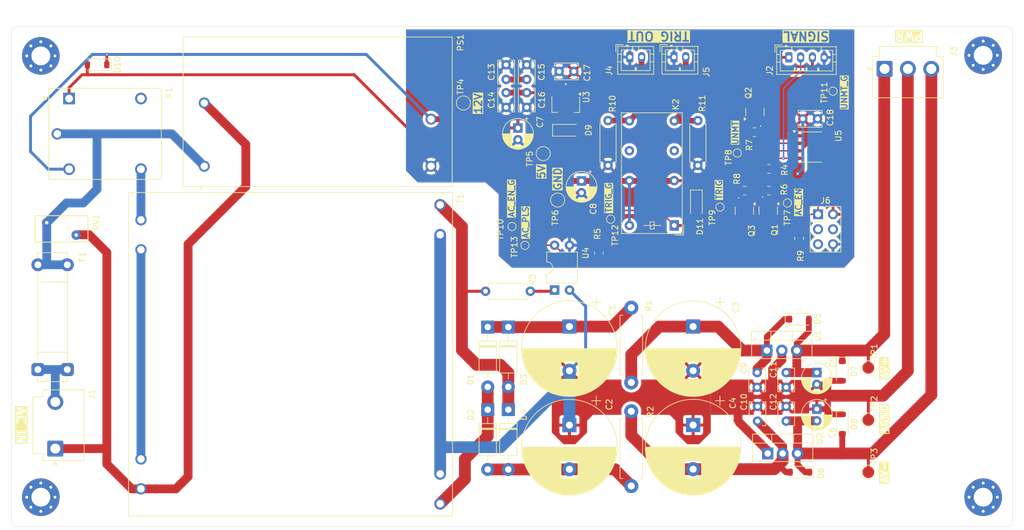
<source format=kicad_pcb>
(kicad_pcb (version 20240108) (generator "pcbnew") (generator_version "8.0")
  (layers (0 "F.Cu" signal) (31 "B.Cu" signal) (34 "B.Paste" user) (35 "F.Paste" user) (36 "B.SilkS" user "B.Silkscreen") (37 "F.SilkS" user "F.Silkscreen") (38 "B.Mask" user) (39 "F.Mask" user) (44 "Edge.Cuts" user))
  (net 0 "")
  (net 1 "Net-(D1-K)")
  (net 2 "Net-(D2-A)")
  (net 3 "Net-(D5-K)")
  (net 4 "AV+")
  (net 5 "Net-(D6-A)")
  (net 6 "AV-")
  (net 7 "GND")
  (net 8 "AGND")
  (net 9 "AC_SENSE")
  (net 10 "+12V")
  (net 11 "+5V")
  (net 12 "AC_EN_G")
  (net 13 "TRIG_G")
  (net 14 "AC_L")
  (net 15 "AC_N")
  (net 16 "UNMUTE_G")
  (net 17 "EXTTRIG")
  (net 18 "TGO1")
  (net 19 "TGO2")
  (net 22 "UPDI")
  (net 24 "AC_L_SW")
  (net 28 "AC_EN")
  (net 29 "UNMUTE")
  (net 30 "TRIG")
  (net 31 "Net-(R3-Pad2)")
  (net 32 "AC_PULSE")
  (net 33 "Net-(T1-Pad4)")
  (net 34 "Net-(J1-Pin_2)")
  (net 71 "Net-(D1-A)")
  (footprint "Resistor_SMD:R_0805_2012Metric_Pad1.20x1.40mm_HandSolder" (layer "F.Cu") (at 182.5 86.9 180)
    (property "Reference" "R8")
    (property "Value" "10k")
  )
  (footprint "TestPoint:TestPoint_Pad_D1.0mm" (layer "F.Cu") (at 178.3 89.7)
    (property "Reference" "TP9")
    (property "Value" "TestPoint")
  )
  (footprint "Package_TO_SOT_SMD:SOT-89-3" (layer "F.Cu") (at 152.125 72.25 -90)
    (property "Reference" "U3")
    (property "Value" "78L05")
  )
  (footprint "MountingHole:MountingHole_3.2mm_M3_Pad_Via" (layer "F.Cu") (at 223 139)
    (property "Reference" "H4" (hide yes))
    (property "Value" "MountingHole_Pad")
  )
  (footprint "Connector_JST:JST_VH_B2P3-VH_1x02_P7.92mm_Vertical" (layer "F.Cu") (at 65.45 130.7375 90)
    (property "Reference" "J1")
    (property "Value" "Conn_01x02")
  )
  (footprint "TestPoint:TestPoint_Pad_D2.0mm" (layer "F.Cu") (at 150.75 88.5 -90)
    (property "Reference" "TP6")
    (property "Value" "TestPoint")
  )
  (footprint "Diode_SMD:D_SOD-123" (layer "F.Cu") (at 174.3 89.15 -90)
    (property "Reference" "D11")
    (property "Value" "SL1B")
  )
  (footprint "Capacitor_THT:CP_Radial_D16.0mm_P7.50mm" (layer "F.Cu") (at 152.75 126.75 -90)
    (property "Reference" "C2")
    (property "Value" "2200u")
  )
  (footprint "Relay_THT:Relay_DPDT_Finder_30.22" (layer "F.Cu") (at 170.55 92.8175 90)
    (property "Reference" "K2")
    (property "Value" "J104D2C12VDC.36S")
  )
  (footprint "Resistor_SMD:R_0805_2012Metric_Pad1.20x1.40mm_HandSolder" (layer "F.Cu") (at 186.6 86.9 180)
    (property "Reference" "R6")
    (property "Value" "10k")
  )
  (footprint "TestPoint:TestPoint_Pad_D2.0mm" (layer "F.Cu") (at 134.75 72 90)
    (property "Reference" "TP4")
    (property "Value" "TestPoint")
  )
  (footprint "TestPoint:TestPoint_Pad_D1.0mm" (layer "F.Cu") (at 189.75 89)
    (property "Reference" "TP7")
    (property "Value" "TestPoint")
  )
  (footprint "Package_TO_SOT_SMD:SOT-23" (layer "F.Cu") (at 182.45 90.325 -90)
    (property "Reference" "Q3")
    (property "Value" "AO3400A")
  )
  (footprint "Capacitor_THT:CP_Radial_D5.0mm_P2.00mm" (layer "F.Cu") (at 144 76.25 -90)
    (property "Reference" "C7")
    (property "Value" "10u")
  )
  (footprint "Connector_JST:JST_PH_B2B-PH-K_1x02_P2.00mm_Vertical" (layer "F.Cu") (at 170.5 64.2)
    (property "Reference" "J5")
    (property "Value" "Conn_01x02")
  )
  (footprint "Diode_THT:D_DO-41_SOD81_P10.16mm_Horizontal" (layer "F.Cu") (at 142.375 110.085 -90)
    (property "Reference" "D3")
    (property "Value" "1N4002")
  )
  (footprint "Capacitor_THT:CP_Radial_D5.0mm_P2.00mm" (layer "F.Cu") (at 194.75 117.82 -90)
    (property "Reference" "C5")
    (property "Value" "10u")
  )
  (footprint "MountingHole:MountingHole_3.2mm_M3_Pad_Via" (layer "F.Cu") (at 63 139)
    (property "Reference" "H3" (hide yes))
    (property "Value" "MountingHole_Pad")
  )
  (footprint "Package_TO_SOT_SMD:SOT-23" (layer "F.Cu") (at 186.5 90.3 -90)
    (property "Reference" "Q1")
    (property "Value" "AO3400A")
  )
  (footprint "Capacitor_THT:C_Disc_D3.8mm_W2.6mm_P2.50mm" (layer "F.Cu") (at 189.55 117.82 -90)
    (property "Reference" "C11")
    (property "Value" "100n")
  )
  (footprint "Diode_SMD:D_SOD-123" (layer "F.Cu") (at 191.75 108.75)
    (property "Reference" "D5")
    (property "Value" "SL1B")
  )
  (footprint "Resistor_SMD:R_0805_2012Metric_Pad1.20x1.40mm_HandSolder" (layer "F.Cu") (at 184.15 76.9625)
    (property "Reference" "R7")
    (property "Value" "10k")
  )
  (footprint "Package_TO_SOT_THT:TO-220-3_Vertical" (layer "F.Cu") (at 186.41 131.565)
    (property "Reference" "U2")
    (property "Value" "LM7909")
  )
  (footprint "Capacitor_THT:C_Disc_D3.8mm_W2.6mm_P2.50mm" (layer "F.Cu") (at 142 68 90)
    (property "Reference" "C13")
    (property "Value" "100n")
  )
  (footprint "TestPoint:TestPoint_Pad_D2.0mm" (layer "F.Cu") (at 148.3 80.6)
    (property "Reference" "TP5")
    (property "Value" "TestPoint")
  )
  (footprint "Diode_SMD:D_SOD-123" (layer "F.Cu") (at 72.55 65.5 180)
    (property "Reference" "D10")
    (property "Value" "SL1B")
  )
  (footprint "project_lib:CONV_IRM-10-12" (layer "F.Cu") (at 110 73.5)
    (property "Reference" "PS1")
    (property "Value" "IRM-10-12")
  )
  (footprint "MountingHole:MountingHole_3.2mm_M3_Pad_Via" (layer "F.Cu") (at 223 63.9)
    (property "Reference" "H1" (hide yes))
    (property "Value" "MountingHole_Pad")
  )
  (footprint "MountingHole:MountingHole_3.2mm_M3_Pad_Via" (layer "F.Cu") (at 63 64)
    (property "Reference" "H2" (hide yes))
    (property "Value" "MountingHole_Pad")
  )
  (footprint "TestPoint:TestPoint_Pad_D2.0mm" (layer "F.Cu") (at 203.5 125.875)
    (property "Reference" "TP2")
    (property "Value" "TestPoint")
  )
  (footprint "project_lib:XFMR_70042K" (layer "F.Cu") (at 105.4 114.72)
    (property "Reference" "T1")
    (property "Value" "70042K")
  )
  (footprint "Capacitor_THT:C_Disc_D3.8mm_W2.6mm_P2.50mm" (layer "F.Cu") (at 142 70.25 -90)
    (property "Reference" "C14")
    (property "Value" "100n")
  )
  (footprint "Diode_THT:D_DO-41_SOD81_P10.16mm_Horizontal" (layer "F.Cu") (at 138.875 110.085 -90)
    (property "Reference" "D1")
    (property "Value" "1N4002")
  )
  (footprint "Capacitor_THT:CP_Radial_D5.0mm_P2.00mm" (layer "F.Cu") (at 194.75 124.02 -90)
    (property "Reference" "C6")
    (property "Value" "10u")
  )
  (footprint "Resistor_SMD:R_0805_2012Metric_Pad1.20x1.40mm_HandSolder" (layer "F.Cu") (at 157.75 97.5 90)
    (property "Reference" "R5")
    (property "Value" "10k")
  )
  (footprint "Package_SO:SOIC-8_3.9x4.9mm_P1.27mm" (layer "F.Cu") (at 193.625 79.495)
    (property "Reference" "U5")
    (property "Value" "ATtiny412-SS")
  )
  (footprint "TestPoint:TestPoint_Pad_D1.0mm" (layer "F.Cu") (at 143 93)
    (property "Reference" "TP10")
    (property "Value" "TestPoint")
  )
  (footprint "Diode_SMD:D_SOD-123" (layer "F.Cu") (at 152.25 76.6375)
    (property "Reference" "D9")
    (property "Value" "SL1B")
  )
  (footprint "Resistor_THT:R_Axial_DIN0207_L6.3mm_D2.5mm_P7.62mm_Horizontal" (layer "F.Cu") (at 174.55 82.61 90)
    (property "Reference" "R11")
    (property "Value" "33k")
  )
  (footprint "Resistor_SMD:R_0805_2012Metric_Pad1.20x1.40mm_HandSolder" (layer "F.Cu") (at 191.75 95 90)
    (property "Reference" "R9")
    (property "Value" "10k")
  )
  (footprint "Capacitor_THT:CP_Radial_D5.0mm_P2.00mm" (layer "F.Cu") (at 154.8 85.25 -90)
    (property "Reference" "C8")
    (property "Value" "10u")
  )
  (footprint "Package_TO_SOT_SMD:SOT-23" (layer "F.Cu") (at 184.25 73.5625 90)
    (property "Reference" "Q2")
    (property "Value" "AO3400A")
  )
  (footprint "Diode_SMD:D_SOD-123" (layer "F.Cu") (at 191.85 134.75 180)
    (property "Reference" "D6")
    (property "Value" "SL1B")
  )
  (footprint "TestPoint:TestPoint_Pad_D1.0mm" (layer "F.Cu") (at 181.25 80.5)
    (property "Reference" "TP8")
    (property "Value" "TestPoint")
  )
  (footprint "Connector_PinHeader_2.54mm:PinHeader_2x03_P2.54mm_Vertical" (layer "F.Cu") (at 194.96 90.92)
    (property "Reference" "J6")
    (property "Value" "AVR-UPDI-6")
  )
  (footprint "TestPoint:TestPoint_Pad_D2.0mm" (layer "F.Cu") (at 203.5 117)
    (property "Reference" "TP1")
    (property "Value" "TestPoint")
  )
  (footprint "Capacitor_THT:CP_Radial_D16.0mm_P7.50mm" (layer "F.Cu") (at 173.75 126.737246 -90)
    (property "Reference" "C4")
    (property "Value" "2200u")
  )
  (footprint "Resistor_THT:R_Axial_DIN0207_L6.3mm_D2.5mm_P7.62mm_Horizontal" (layer "F.Cu") (at 159.3 82.61 90)
    (property "Reference" "R10")
    (property "Value" "33k")
  )
  (footprint "Diode_THT:D_DO-41_SOD81_P10.16mm_Horizontal" (layer "F.Cu") (at 138.875 124.12 -90)
    (property "Reference" "D2")
    (property "Value" "1N4002")
  )
  (footprint "Package_TO_SOT_THT:TO-220-3_Vertical" (layer "F.Cu") (at 186.27 114.065)
    (property "Reference" "U1")
    (property "Value" "LM7809")
  )
  (footprint "Capacitor_THT:C_Disc_D3.8mm_W2.6mm_P2.50mm" (layer "F.Cu") (at 145.5 70.25 -90)
    (property "Reference" "C16")
    (property "Value" "100n")
  )
  (footprint "Diode_THT:D_DO-41_SOD81_P10.16mm_Horizontal" (layer "F.Cu") (at 142.375 124.12 -90)
    (property "Reference" "D4")
    (property "Value" "1N4002")
  )
  (footprint "Capacitor_THT:C_Disc_D3.8mm_W2.6mm_P2.50mm" (layer "F.Cu") (at 192.375 74.695)
    (property "Reference" "C18")
    (property "Value" "100n")
  )
  (footprint "Resistor_SMD:R_0805_2012Metric_Pad1.20x1.40mm_HandSolder" (layer "F.Cu") (at 186.6 83.2 180)
    (property "Reference" "R4")
    (property "Value" "10k")
  )
  (footprint "Capacitor_THT:CP_Radial_D16.0mm_P7.50mm" (layer "F.Cu") (at 173.75 110 -90)
    (property "Reference" "C3")
    (property "Value" "2200u")
  )
  (footprint "Connector_JST:JST_VH_B3P-VH-B_1x03_P3.96mm_Vertical" (layer "F.Cu") (at 206.2625 66.2)
    (property "Reference" "J3")
    (property "Value" "Conn_01x03")
  )
  (footprint "Fuse:Fuseholder_Clip-5x20mm_Bel_FC-203-22_Lateral_P17.80x5.00mm_D1.17mm_Horizontal" (layer "F.Cu") (at 62.5 117.3 90)
    (property "Reference" "F1")
    (property "Value" "400 mA")
  )
  (footprint "Resistor_THT:R_Axial_DIN0411_L9.9mm_D3.6mm_P12.70mm_Horizontal" (layer "F.Cu") (at 163.25 137.1 90)
    (property "Reference" "R2")
    (property "Value" "10/1W")
  )
  (footprint "Diode_SMD:D_SOD-123" (layer "F.Cu") (at 199.075 126.565 -90)
    (property "Reference" "D8")
    (property "Value" "SL1B")
  )
  (footprint "TestPoint:TestPoint_Pad_D1.0mm" (layer "F.Cu") (at 145.2 96.2)
    (property "Reference" "TP13")
    (property "Value" "TestPoint")
  )
  (footprint "TestPoint:TestPoint_Pad_D1.0mm" (layer "F.Cu") (at 197.5 70)
    (property "Reference" "TP11")
    (property "Value" "TestPoint")
  )
  (footprint "TestPoint:TestPoint_Pad_D2.0mm" (layer "F.Cu") (at 203.5 134.75)
    (property "Reference" "TP3")
    (property "Value" "TestPoint")
  )
  (footprint "project_lib:RELAY_SRD-C" (layer "F.Cu") (at 73.9 77.25)
    (property "Reference" "K1")
    (property "Value" "J107F1CS2012VDC.80")
  )
  (footprint "TestPoint:TestPoint_Pad_D1.0mm" (layer "F.Cu") (at 159.75 91.75)
    (property "Reference" "TP12")
    (property "Value" "TestPoint")
  )
  (footprint "Resistor_THT:R_Axial_DIN0207_L6.3mm_D2.5mm_P7.62mm_Horizontal" (layer "F.Cu") (at 138.5 104)
    (property "Reference" "R3")
    (property "Value" "2.2k")
  )
  (footprint "Package_DIP:DIP-4_W7.62mm" (layer "F.Cu") (at 150.225 103.8 90)
    (property "Reference" "U4")
    (property "Value" "140817141310")
  )
  (footprint "Diode_SMD:D_SOD-123" (layer "F.Cu") (at 199.075 117.565 -90)
    (property "Reference" "D7")
    (property "Value" "SL1B")
  )
  (footprint "Capacitor_THT:C_Disc_D3.8mm_W2.6mm_P2.50mm" (layer "F.Cu") (at 184.685 123.565 -90)
    (property "Reference" "C10")
    (property "Value" "100n")
  )
  (footprint "Capacitor_THT:C_Disc_D3.8mm_W2.6mm_P2.50mm" (layer "F.Cu") (at 145.5 68 90)
    (property "Reference" "C15")
    (property "Value" "100n")
  )
  (footprint "Connector_JST:JST_PH_B4B-PH-K_1x04_P2.00mm_Vertical" (layer "F.Cu") (at 190 64.25)
    (property "Reference" "J2")
    (property "Value" "Conn_01x04")
  )
  (footprint "Capacitor_THT:C_Disc_D3.8mm_W2.6mm_P2.50mm" (layer "F.Cu") (at 153.5 66.6375 180)
    (property "Reference" "C17")
    (property "Value" "100n")
  )
  (footprint "Capacitor_THT:C_Disc_D3.8mm_W2.6mm_P2.50mm" (layer "F.Cu") (at 184.625 117.815 -90)
    (property "Reference" "C9")
    (property "Value" "100n")
  )
  (footprint "Varistor:RV_Disc_D9mm_W4.5mm_P5mm" (layer "F.Cu") (at 64 92.35)
    (property "Reference" "RV1")
    (property "Value" "300VAC")
  )
  (footprint "Connector_JST:JST_PH_B2B-PH-K_1x02_P2.00mm_Vertical" (layer "F.Cu") (at 163 64.2)
    (property "Reference" "J4")
    (property "Value" "Conn_01x02")
  )
  (footprint "Capacitor_THT:C_Disc_D3.8mm_W2.6mm_P2.50mm" (layer "F.Cu") (at 189.55 123.57 -90)
    (property "Reference" "C12")
    (property "Value" "100n")
  )
  (footprint "Resistor_THT:R_Axial_DIN0411_L9.9mm_D3.6mm_P12.70mm_Horizontal" (layer "F.Cu") (at 163.25 106.8 -90)
    (property "Reference" "R1")
    (property "Value" "10/1W")
  )
  (footprint "Capacitor_THT:CP_Radial_D16.0mm_P7.50mm" (layer "F.Cu") (at 152.75 110 -90)
    (property "Reference" "C1")
    (property "Value" "2200u")
  )
  (gr_line (start 228 143) (end 228 60) (stroke (width 0.05)) (layer "Edge.Cuts"))
  (gr_line (start 227 59) (end 59 59) (stroke (width 0.05)) (layer "Edge.Cuts"))
  (gr_arc (start 58 60) (mid 58.292893 59.292893) (end 59 59) (stroke (width 0.05)) (layer "Edge.Cuts"))
  (gr_arc (start 227 59) (mid 227.707107 59.292893) (end 228 60) (stroke (width 0.05)) (layer "Edge.Cuts"))
  (gr_line (start 58 60) (end 58 143) (stroke (width 0.05)) (layer "Edge.Cuts"))
  (gr_line (start 59 144) (end 227 144) (stroke (width 0.05)) (layer "Edge.Cuts"))
  (gr_arc (start 59 144) (mid 58.292893 143.707107) (end 58 143) (stroke (width 0.05)) (layer "Edge.Cuts"))
  (gr_arc (start 228 143) (mid 227.707107 143.707107) (end 227 144) (stroke (width 0.05)) (layer "Edge.Cuts"))
  (gr_text "5V" (at 148.75 85 90) (layer "F.SilkS" knockout) (effects (font (size 1.25 1.25) (thickness 0.25) (bold yes)) (justify left bottom)))
  (gr_text "TRIG OUT" (at 173.25 59.75 180) (layer "F.SilkS" knockout) (effects (font (size 1.5 1.5) (thickness 0.3) (bold yes)) (justify left bottom)))
  (gr_text "12V" (at 138 74 90) (layer "F.SilkS" knockout) (effects (font (size 1.25 1.25) (thickness 0.25) (bold yes)) (justify left bottom)))
  (gr_text "GND" (at 151.5 87 90) (layer "F.SilkS" knockout) (effects (font (size 1.25 1.25) (thickness 0.25) (bold yes)) (justify left bottom)))
  (gr_text "AC IN" (at 58.75 123.5 -90) (layer "F.SilkS" knockout) (effects (font (size 1.5 1.5) (thickness 0.3) (bold yes)) (justify left bottom)))
  (gr_text "AC_EN_G" (at 143.5 91.5 90) (layer "F.SilkS" knockout) (effects (font (size 1 1) (thickness 0.2) (bold yes)) (justify left bottom)))
  (gr_text "AGND" (at 207 128.25 90) (layer "F.SilkS" knockout) (effects (font (size 1.25 1.25) (thickness 0.25) (bold yes)) (justify left bottom)))
  (gr_text "AC_PLS" (at 145.9 95.1 90) (layer "F.SilkS" knockout) (effects (font (size 1 1) (thickness 0.2) (bold yes)) (justify left bottom)))
  (gr_text "UNMT" (at 181.5 79.25 90) (layer "F.SilkS" knockout) (effects (font (size 1 1) (thickness 0.2) (bold yes)) (justify left bottom)))
  (gr_text "PWR" (at 213 59.75 180) (layer "F.SilkS" knockout) (effects (font (size 1.5 1.5) (thickness 0.3) (bold yes)) (justify left bottom)))
  (gr_text "AC_EN" (at 192.25 91.25 90) (layer "F.SilkS" knockout) (effects (font (size 1 1) (thickness 0.2) (bold yes)) (justify left bottom)))
  (gr_text "AV-" (at 207 136.75 90) (layer "F.SilkS" knockout) (effects (font (size 1.25 1.25) (thickness 0.25) (bold yes)) (justify left bottom)))
  (gr_text "SIGNAL" (at 197 59.75 180) (layer "F.SilkS" knockout) (effects (font (size 1.5 1.5) (thickness 0.3) (bold yes)) (justify left bottom)))
  (gr_text "TRIG" (at 178.75 88.5 90) (layer "F.SilkS" knockout) (effects (font (size 1 1) (thickness 0.2) (bold yes)) (justify left bottom)))
  (gr_text "UNMT_G" (at 200 73.25 90) (layer "F.SilkS" knockout) (effects (font (size 1 1) (thickness 0.2) (bold yes)) (justify left bottom)))
  (gr_text "TRIG_G" (at 160 90.75 90) (layer "F.SilkS" knockout) (effects (font (size 1 1) (thickness 0.2) (bold yes)) (justify left bottom)))
  (gr_text "AV+" (at 207 119 90) (layer "F.SilkS" knockout) (effects (font (size 1.25 1.25) (thickness 0.25) (bold yes)) (justify left bottom)))
  (segment (start 142.22 110.065) (end 142.375 110.22) (width 2) (layer "F.Cu") (net 1))
  (segment (start 160.05 110) (end 163.25 106.8) (width 2) (layer "F.Cu") (net 1))
  (segment (start 139.03 110.065) (end 142.22 110.065) (width 2) (layer "F.Cu") (net 1))
  (segment (start 142.39 110.1) (end 152.65 110.1) (width 2) (layer "F.Cu") (net 1))
  (segment (start 138.875 110.22) (end 139.03 110.065) (width 2) (layer "F.Cu") (net 1))
  (segment (start 152.75 110) (end 160.05 110) (width 2) (layer "F.Cu") (net 1))
  (segment (start 142.375 110.085) (end 142.39 110.1) (width 2) (layer "B.Cu") (net 1))
  (segment (start 152.65 110.1) (end 152.75 110) (width 1.5) (layer "B.Cu") (net 1))
  (segment (start 142.375 134.28) (end 138.875 134.28) (width 2) (layer "F.Cu") (net 2))
  (segment (start 142.375 134.28) (end 152.72 134.28) (width 2) (layer "F.Cu") (net 2))
  (segment (start 152.75 134.25) (end 160.5 134.25) (width 2) (layer "F.Cu") (net 2))
  (segment (start 160.5 134.35) (end 163.25 137.1) (width 2) (layer "F.Cu") (net 2))
  (segment (start 160.5 134.25) (end 160.5 134.35) (width 2) (layer "F.Cu") (net 2))
  (segment (start 186.27 115.48) (end 184.625 117.125) (width 1.5) (layer "F.Cu") (net 3))
  (segment (start 189.25 108.75) (end 186.27 111.73) (width 1) (layer "F.Cu") (net 3))
  (segment (start 163.25 119.5) (end 163.25 114.75) (width 2) (layer "F.Cu") (net 3))
  (segment (start 186.27 114.065) (end 186.27 115.48) (width 1.5) (layer "F.Cu") (net 3))
  (segment (start 163.25 114.75) (end 168 110) (width 2) (layer "F.Cu") (net 3))
  (segment (start 168 110) (end 173.75 110) (width 2) (layer "F.Cu") (net 3))
  (segment (start 182.065 114.065) (end 186.27 114.065) (width 2) (layer "F.Cu") (net 3))
  (segment (start 178 110) (end 182.065 114.065) (width 2) (layer "F.Cu") (net 3))
  (segment (start 186.27 111.73) (end 186.27 114.065) (width 1) (layer "F.Cu") (net 3))
  (segment (start 190.1 108.75) (end 189.25 108.75) (width 1) (layer "F.Cu") (net 3))
  (segment (start 184.625 117.125) (end 184.625 117.815) (width 1.5) (layer "F.Cu") (net 3))
  (segment (start 173.75 110) (end 178 110) (width 2) (layer "F.Cu") (net 3))
  (segment (start 199 114.065) (end 203.435 114.065) (width 2) (layer "F.Cu") (net 4))
  (segment (start 192.55 117.82) (end 194.75 117.82) (width 1.5) (layer "F.Cu") (net 4))
  (segment (start 206.2 66.2625) (end 206.2625 66.2) (width 2) (layer "F.Cu") (net 4))
  (segment (start 203.5 115) (end 203.5 117) (width 0.5) (layer "F.Cu") (net 4))
  (segment (start 195.12 117.82) (end 194.75 117.82) (width 1) (layer "F.Cu") (net 4))
  (segment (start 203.435 114.065) (end 206.2 111.3) (width 2) (layer "F.Cu") (net 4))
  (segment (start 203.435 114.935) (end 203.5 115) (width 0.5) (layer "F.Cu") (net 4))
  (segment (start 203.435 114.065) (end 203.435 114.935) (width 0.5) (layer "F.Cu") (net 4))
  (segment (start 191.375 117.82) (end 192.55 117.82) (width 1.5) (layer "F.Cu") (net 4))
  (segment (start 191.35 112.9) (end 191.35 114.065) (width 1) (layer "F.Cu") (net 4))
  (segment (start 189.55 117.82) (end 191.375 117.82) (width 1.5) (layer "F.Cu") (net 4))
  (segment (start 199.075 114.14) (end 199 114.065) (width 1) (layer "F.Cu") (net 4))
  (segment (start 206.2 111.3) (end 206.2 66.2625) (width 2) (layer "F.Cu") (net 4))
  (segment (start 191.35 114.065) (end 191.35 117.795) (width 1.5) (layer "F.Cu") (net 4))
  (segment (start 199.075 115.915) (end 199.075 114.14) (width 1) (layer "F.Cu") (net 4))
  (segment (start 193.4 110.85) (end 191.35 112.9) (width 1) (layer "F.Cu") (net 4))
  (segment (start 191.35 117.795) (end 191.375 117.82) (width 1.5) (layer "F.Cu") (net 4))
  (segment (start 191.35 114.065) (end 199 114.065) (width 2) (layer "F.Cu") (net 4))
  (segment (start 193.4 108.75) (end 193.4 110.85) (width 1) (layer "F.Cu") (net 4))
  (segment (start 188.95 132.81627) (end 188.95 131.565) (width 2) (layer "F.Cu") (net 5))
  (segment (start 188.95 130.33) (end 188.95 131.565) (width 1.5) (layer "F.Cu") (net 5))
  (segment (start 163.25 128.5) (end 168.987246 134.237246) (width 2) (layer "F.Cu") (net 5))
  (segment (start 188.258135 133.508135) (end 188.95 132.81627) (width 2) (layer "F.Cu") (net 5))
  (segment (start 184.685 126.065) (end 188.95 130.33) (width 1.5) (layer "F.Cu") (net 5))
  (segment (start 173.75 134.237246) (end 187.529024 134.237246) (width 2) (layer "F.Cu") (net 5))
  (segment (start 163.25 124.65) (end 163.25 128.5) (width 2) (layer "F.Cu") (net 5))
  (segment (start 187.529024 134.237246) (end 188.258135 133.508135) (width 2) (layer "F.Cu") (net 5))
  (segment (start 168.987246 134.237246) (end 173.75 134.237246) (width 2) (layer "F.Cu") (net 5))
  (segment (start 189.5 134.75) (end 188.258135 133.508135) (width 1) (layer "F.Cu") (net 5))
  (segment (start 190.2 134.75) (end 189.5 134.75) (width 1) (layer "F.Cu") (net 5))
  (segment (start 194.75 126.02) (end 194.855 126.02) (width 1) (layer "F.Cu") (net 6))
  (segment (start 199 131.565) (end 203.5 131.565) (width 2) (layer "F.Cu") (net 6))
  (segment (start 203.5 131.565) (end 204.235 131.565) (width 2) (layer "F.Cu") (net 6))
  (segment (start 214.2 66.2175) (end 214.1825 66.2) (width 2) (layer "F.Cu") (net 6))
  (segment (start 191.49 133.49) (end 192.75 134.75) (width 1) (layer "F.Cu") (net 6))
  (segment (start 191.49 131.565) (end 191.49 126.155) (width 1.5) (layer "F.Cu") (net 6))
  (segment (start 191.625 126.02) (end 189.6 126.02) (width 1.5) (layer "F.Cu") (net 6))
  (segment (start 189.6 126.02) (end 189.55 126.07) (width 1.5) (layer "F.Cu") (net 6))
  (segment (start 199.075 128.215) (end 199.075 131.49) (width 1) (layer "F.Cu") (net 6))
  (segment (start 214.2 121.6) (end 214.2 66.2175) (width 2) (layer "F.Cu") (net 6))
  (segment (start 191.49 131.565) (end 191.49 133.49) (width 1) (layer "F.Cu") (net 6))
  (segment (start 194.75 126.02) (end 191.625 126.02) (width 1.5) (layer "F.Cu") (net 6))
  (segment (start 199.075 131.49) (end 199 131.565) (width 1.5) (layer "F.Cu") (net 6))
  (segment (start 203.5 134.75) (end 203.5 131.565) (width 0.5) (layer "F.Cu") (net 6))
  (segment (start 191.49 131.565) (end 199 131.565) (width 2) (layer "F.Cu") (net 6))
  (segment (start 191.49 126.155) (end 191.625 126.02) (width 1.5) (layer "F.Cu") (net 6))
  (segment (start 204.235 131.565) (end 214.2 121.6) (width 2) (layer "F.Cu") (net 6))
  (segment (start 192.75 134.75) (end 193.5 134.75) (width 1) (layer "F.Cu") (net 6))
  (segment (start 181.5 86.9) (end 181.5 89.3875) (width 0.5) (layer "F.Cu") (net 7))
  (segment (start 152 87.25) (end 150.75 88.5) (width 0.5) (layer "F.Cu") (net 7))
  (segment (start 196.1 75.92) (end 194.875 74.695) (width 0.5) (layer "F.Cu") (net 7))
  (segment (start 181.5 88.1) (end 181.5 86.9) (width 0.25) (layer "F.Cu") (net 7))
  (segment (start 185.55 86.95) (end 185.6 86.9) (width 0.5) (layer "F.Cu") (net 7))
  (segment (start 185.2 74.5) (end 185.2 76.9125) (width 0.5) (layer "F.Cu") (net 7))
  (segment (start 162.93 64.23) (end 162.9 64.2) (width 1) (layer "F.Cu") (net 7))
  (segment (start 152.125 68.8) (end 152.125 70.3875) (width 0.5) (layer "F.Cu") (net 7))
  (segment (start 154.8 87.25) (end 152 87.25) (width 0.5) (layer "F.Cu") (net 7))
  (segment (start 185.55 89.3625) (end 185.55 86.95) (width 0.5) (layer "F.Cu") (net 7))
  (segment (start 196.1 77.59) (end 196.1 75.92) (width 0.5) (layer "F.Cu") (net 7))
  (via (at 181.5 88.1) (size 0.5) (drill 0.2) (layers "F.Cu" "B.Cu") (net 7))
  (via (at 185.55 87.95) (size 0.5) (drill 0.2) (layers "F.Cu" "B.Cu") (net 7))
  (via (at 152.125 68.8) (size 0.7) (drill 0.3) (layers "F.Cu" "B.Cu") (net 7))
  (via (at 185.2 75.9125) (size 0.5) (drill 0.2) (layers "F.Cu" "B.Cu") (net 7))
  (segment (start 206 121.75) (end 210.2 117.55) (width 2) (layer "F.Cu") (net 8))
  (segment (start 196.37 119.82) (end 194.75 119.82) (width 1) (layer "F.Cu") (net 8))
  (segment (start 181.375 126.065) (end 181.375 124.565) (width 1.5) (layer "F.Cu") (net 8))
  (segment (start 188.81 114.065) (end 188.81 115.69) (width 1.5) (layer "F.Cu") (net 8))
  (segment (start 210.2 117.55) (end 210.2 66.2225) (width 2) (layer "F.Cu") (net 8))
  (segment (start 203.5 121.75) (end 197 121.75) (width 2) (layer "F.Cu") (net 8))
  (segment (start 196.975 119.215) (end 196.37 119.82) (width 1) (layer "F.Cu") (net 8))
  (segment (start 210.2 66.2225) (end 210.2225 66.2) (width 2) (layer "F.Cu") (net 8))
  (segment (start 196.33 124.02) (end 194.75 124.02) (width 1) (layer "F.Cu") (net 8))
  (segment (start 187.25 117.25) (end 187.25 120.5) (width 1.5) (layer "F.Cu") (net 8))
  (segment (start 197.225 124.915) (end 196.33 124.02) (width 1) (layer "F.Cu") (net 8))
  (segment (start 186.41 131.565) (end 186.41 131.1) (width 1.5) (layer "F.Cu") (net 8))
  (segment (start 199.075 124.915) (end 197.225 124.915) (width 1) (layer "F.Cu") (net 8))
  (segment (start 188.81 115.69) (end 187.25 117.25) (width 1.5) (layer "F.Cu") (net 8))
  (segment (start 199.075 119.215) (end 196.975 119.215) (width 1) (layer "F.Cu") (net 8))
  (segment (start 203.5 121.75) (end 206 121.75) (width 2) (layer "F.Cu") (net 8))
  (segment (start 186.41 131.1) (end 181.375 126.065) (width 1.5) (layer "F.Cu") (net 8))
  (segment (start 203.5 125.875) (end 203.5 121.75) (width 0.5) (layer "F.Cu") (net 8))
  (segment (start 155.5 114.75) (end 152.75 117.5) (width 0.5) (layer "B.Cu") (net 8))
  (segment (start 152.75 121.5) (end 152.75 126.75) (width 2) (layer "B.Cu") (net 8))
  (segment (start 152.765 103.8) (end 155.5 106.535) (width 0.5) (layer "B.Cu") (net 8))
  (segment (start 141.0475 130.5) (end 131 130.5) (width 2) (layer "B.Cu") (net 8))
  (segment (start 152.75 121.5) (end 150.0475 121.5) (width 2) (layer "B.Cu") (net 8))
  (segment (start 155.5 106.535) (end 155.5 114.75) (width 0.5) (layer "B.Cu") (net 8))
  (segment (start 152.75 117.5) (end 152.75 121.5) (width 2) (layer "B.Cu") (net 8))
  (segment (start 150.0475 121.5) (end 141.0475 130.5) (width 2) (layer "B.Cu") (net 8))
  (segment (start 130.8 94.4) (end 130.8 135.04) (width 2) (layer "B.Cu") (net 8))
  (segment (start 137 116.5) (end 141 116.5) (width 2) (layer "F.Cu") (net 9))
  (segment (start 142.375 117.875) (end 142.375 120.245) (width 2) (layer "F.Cu") (net 9))
  (segment (start 142.375 124.12) (end 142.375 120.245) (width 2) (layer "F.Cu") (net 9))
  (segment (start 134.5 104) (end 134.5 114) (width 2) (layer "F.Cu") (net 9))
  (segment (start 134.5 93.02) (end 134.5 104) (width 2) (layer "F.Cu") (net 9))
  (segment (start 141 116.5) (end 142.375 117.875) (width 2) (layer "F.Cu") (net 9))
  (segment (start 134.5 114) (end 137 116.5) (width 2) (layer "F.Cu") (net 9))
  (segment (start 138.5 104) (end 134.5 104) (width 0.5) (layer "F.Cu") (net 9))
  (segment (start 130.8 89.32) (end 134.5 93.02) (width 2) (layer "F.Cu") (net 9))
  (segment (start 144 76.25) (end 144 70.25) (width 0.5) (layer "F.Cu") (net 10))
  (segment (start 133.5 73.25) (end 134.75 72) (width 0.5) (layer "F.Cu") (net 10))
  (segment (start 174.35 87.75) (end 174.3 87.7) (width 0.5) (layer "F.Cu") (net 10))
  (segment (start 144 70.25) (end 145.25 70.25) (width 1) (layer "F.Cu") (net 10))
  (segment (start 174.3 87.7) (end 174.3 86.1) (width 0.5) (layer "F.Cu") (net 10))
  (segment (start 129.25 74.75) (end 133.5 74.75) (width 1) (layer "F.Cu") (net 10))
  (segment (start 139 78.75) (end 145.5 85.25) (width 1) (layer "F.Cu") (net 10))
  (segment (start 143.5 68) (end 145.5 68) (width 1) (layer "F.Cu") (net 10))
  (segment (start 138.25 78) (end 139 78.75) (width 1) (layer "F.Cu") (net 10))
  (segment (start 145.5 70.25) (end 150.575 70.25) (width 0.5) (layer "F.Cu") (net 10))
  (segment (start 145.25 70.25) (end 145.5 70.5) (width 1) (layer "F.Cu") (net 10))
  (segment (start 150.575 70.25) (end 150.625 70.3) (width 0.5) (layer "F.Cu") (net 10))
  (segment (start 141.5 76.25) (end 139 78.75) (width 0.5) (layer "F.Cu") (net 10))
  (segment (start 174.3 86.1) (end 173.3975 85.1975) (width 0.5) (layer "F.Cu") (net 10))
  (segment (start 142 70.25) (end 143.5 70.25) (width 1) (layer "F.Cu") (net 10))
  (segment (start 150.625 70.3) (end 150.625 76.2375) (width 0.5) (layer "F.Cu") (net 10))
  (segment (start 145.5 85.25) (end 170.4975 85.25) (width 1) (layer "F.Cu") (net 10))
  (segment (start 141.5 76.25) (end 144 76.25) (width 0.5) (layer "F.Cu") (net 10))
  (segment (start 142 68) (end 143.5 68) (width 1) (layer "F.Cu") (net 10))
  (segment (start 143.5 70.25) (end 144 70.25) (width 1) (layer "F.Cu") (net 10))
  (segment (start 133.5 74.75) (end 133.5 73.25) (width 0.5) (layer "F.Cu") (net 10))
  (segment (start 179.1 70.9) (end 185.75 64.25) (width 0.5) (layer "F.Cu") (net 10))
  (segment (start 150.625 76.2375) (end 150.475 76.3875) (width 0.5) (layer "F.Cu") (net 10))
  (segment (start 145.5 70.5) (end 145.5 70.25) (width 0.5) (layer "F.Cu") (net 10))
  (segment (start 173.3975 85.1975) (end 177.3025 85.1975) (width 0.5) (layer "F.Cu") (net 10))
  (segment (start 185.75 64.25) (end 190 64.25) (width 0.5) (layer "F.Cu") (net 10))
  (segment (start 143.75 68.25) (end 143.75 70) (width 1) (layer "F.Cu") (net 10))
  (segment (start 133.5 74.75) (end 135 74.75) (width 1) (layer "F.Cu") (net 10))
  (segment (start 135 74.75) (end 138.25 78) (width 1) (layer "F.Cu") (net 10))
  (segment (start 179.1 83.4) (end 179.1 70.9) (width 0.5) (layer "F.Cu") (net 10))
  (segment (start 173.3975 85.1975) (end 170.55 85.1975) (width 0.5) (layer "F.Cu") (net 10))
  (segment (start 170.4975 85.25) (end 170.55 85.1975) (width 1) (layer "F.Cu") (net 10))
  (segment (start 177.3025 85.1975) (end 179.1 83.4) (width 0.5) (layer "F.Cu") (net 10))
  (segment (start 74.2 63.75) (end 74.2 65.5) (width 0.5) (layer "F.Cu") (net 10))
  (via (at 74.2 63.75) (size 0.6) (drill 0.25) (layers "F.Cu" "B.Cu") (net 10))
  (segment (start 118.25 63.75) (end 129.25 74.75) (width 0.5) (layer "B.Cu") (net 10))
  (segment (start 61.25 80.25) (end 64.25 83.25) (width 0.5) (layer "B.Cu") (net 10))
  (segment (start 64.25 83.25) (end 67.8 83.25) (width 0.5) (layer "B.Cu") (net 10))
  (segment (start 74.25 63.75) (end 71.75 63.75) (width 0.5) (layer "B.Cu") (net 10))
  (segment (start 74.25 63.75) (end 118.25 63.75) (width 0.5) (layer "B.Cu") (net 10))
  (segment (start 162.93 85.1975) (end 162.93 92.8175) (width 0.5) (layer "B.Cu") (net 10))
  (segment (start 61.25 74.25) (end 61.25 80.25) (width 0.5) (layer "B.Cu") (net 10))
  (segment (start 71.75 63.75) (end 61.25 74.25) (width 0.5) (layer "B.Cu") (net 10))
  (via (at 191.5 84) (size 0.7) (drill 0.3) (layers "F.Cu" "B.Cu") (net 11))
  (segment (start 191.5 84) (end 192.375 83.125) (width 0.5) (layer "B.Cu") (net 11))
  (segment (start 192.375 83.125) (end 192.375 74.695) (width 0.5) (layer "B.Cu") (net 11))
  (segment (start 186.5 95.4) (end 186.5 91.2375) (width 0.5) (layer "F.Cu") (net 12))
  (segment (start 143 86.75) (end 143.025 86.725) (width 0.25) (layer "F.Cu") (net 12))
  (segment (start 70.9 67.2) (end 116.2 67.2) (width 0.5) (layer "F.Cu") (net 12))
  (segment (start 70 67.2) (end 70.9 67.2) (width 0.5) (layer "F.Cu") (net 12))
  (segment (start 67.8 69.4) (end 70 67.2) (width 0.5) (layer "F.Cu") (net 12))
  (segment (start 143 93) (end 143 86.75) (width 0.25) (layer "F.Cu") (net 12))
  (segment (start 143.025 86.725) (end 147.6 91.3) (width 0.5) (layer "F.Cu") (net 12))
  (segment (start 67.8 71.25) (end 67.8 69.4) (width 0.5) (layer "F.Cu") (net 12))
  (segment (start 116.2 67.2) (end 127.5 78.5) (width 0.5) (layer "F.Cu") (net 12))
  (segment (start 127.5 78.5) (end 134.8 78.5) (width 0.5) (layer "F.Cu") (net 12))
  (segment (start 185.9 96) (end 186.5 95.4) (width 0.5) (layer "F.Cu") (net 12))
  (segment (start 70.9 65.5) (end 70.9 67.2) (width 0.5) (layer "F.Cu") (net 12))
  (segment (start 147.6 91.3) (end 155.6 91.3) (width 0.5) (layer "F.Cu") (net 12))
  (segment (start 134.8 78.5) (end 143.025 86.725) (width 0.5) (layer "F.Cu") (net 12))
  (segment (start 160.3 96) (end 185.9 96) (width 0.5) (layer "F.Cu") (net 12))
  (segment (start 155.6 91.3) (end 160.3 96) (width 0.5) (layer "F.Cu") (net 12))
  (segment (start 161.25 90.25) (end 167.9825 90.25) (width 0.25) (layer "F.Cu") (net 13))
  (segment (start 159.75 91.75) (end 161.25 90.25) (width 0.25) (layer "F.Cu") (net 13))
  (segment (start 174.3 92.1) (end 174.3 90.8) (width 0.5) (layer "F.Cu") (net 13))
  (segment (start 173.5825 92.8175) (end 174.3 92.1) (width 0.5) (layer "F.Cu") (net 13))
  (segment (start 179.4825 92.8175) (end 173.5825 92.8175) (width 0.5) (layer "F.Cu") (net 13))
  (segment (start 167.9825 90.25) (end 170.55 92.8175) (width 0.25) (layer "F.Cu") (net 13))
  (segment (start 182.45 91.2625) (end 181.0375 91.2625) (width 0.5) (layer "F.Cu") (net 13))
  (segment (start 181.0375 91.2625) (end 179.4825 92.8175) (width 0.5) (layer "F.Cu") (net 13))
  (segment (start 170.55 92.8175) (end 173.5825 92.8175) (width 0.5) (layer "F.Cu") (net 13))
  (segment (start 64 92.35) (end 64 99.2) (width 1.5) (layer "B.Cu") (net 14))
  (segment (start 70.2 89) (end 67.35 89) (width 1.5) (layer "B.Cu") (net 14))
  (segment (start 85.25 77.25) (end 70.29 77.25) (width 1.5) (layer "B.Cu") (net 14))
  (segment (start 72.54 77.39) (end 72.54 86.66) (width 1.5) (layer "B.Cu") (net 14))
  (segment (start 67.2 99.2) (end 67.5 99.5) (width 1.5) (layer "B.Cu") (net 14))
  (segment (start 90.75 82.75) (end 85.25 77.25) (width 1.5) (layer "B.Cu") (net 14))
  (segment (start 72.4 77.25) (end 72.54 77.39) (width 1.5) (layer "B.Cu") (net 14))
  (segment (start 70.29 77.25) (end 65.8 77.25) (width 1.5) (layer "B.Cu") (net 14))
  (segment (start 62.5 99.5) (end 67.5 99.5) (width 1.5) (layer "B.Cu") (net 14))
  (segment (start 67.35 89) (end 64 92.35) (width 1.5) (layer "B.Cu") (net 14))
  (segment (start 72.54 86.66) (end 70.2 89) (width 1.5) (layer "B.Cu") (net 14))
  (segment (start 97.8 86.2) (end 97.8 79.05) (width 1.5) (layer "F.Cu") (net 15))
  (segment (start 69.05 94.4) (end 69 94.45) (width 1.5) (layer "F.Cu") (net 15))
  (segment (start 88 96) (end 97.8 86.2) (width 1.5) (layer "F.Cu") (net 15))
  (segment (start 74.2 133.35034) (end 74.2 97.4) (width 1.5) (layer "F.Cu") (net 15))
  (segment (start 88 135.5) (end 88 96) (width 1.5) (layer "F.Cu") (net 15))
  (segment (start 74.2 97.4) (end 71.2 94.4) (width 1.5) (layer "F.Cu") (net 15))
  (segment (start 97.8 79.05) (end 90.75 72) (width 1.5) (layer "F.Cu") (net 15))
  (segment (start 71.2 94.4) (end 69.05 94.4) (width 1.5) (layer "F.Cu") (net 15))
  (segment (start 80 137.58) (end 85.92 137.58) (width 1.5) (layer "F.Cu") (net 15))
  (segment (start 74.1375 130.7375) (end 74.2 130.8) (width 1.5) (layer "F.Cu") (net 15))
  (segment (start 80 137.58) (end 78.42966 137.58) (width 1.5) (layer "F.Cu") (net 15))
  (segment (start 85.92 137.58) (end 88 135.5) (width 1.5) (layer "F.Cu") (net 15))
  (segment (start 65.45 130.7375) (end 74.1375 130.7375) (width 1.5) (layer "F.Cu") (net 15))
  (segment (start 78.42966 137.58) (end 74.2 133.35034) (width 1.5) (layer "F.Cu") (net 15))
  (segment (start 184.25 72.625) (end 184.25 70.45) (width 0.5) (layer "F.Cu") (net 16))
  (segment (start 193.625 66.375) (end 194 66) (width 0.5) (layer "F.Cu") (net 16))
  (segment (start 197.5 70) (end 197.25 70) (width 0.25) (layer "F.Cu") (net 16))
  (segment (start 187.9 66.8) (end 193.2 66.8) (width 0.5) (layer "F.Cu") (net 16))
  (segment (start 194 66) (end 194 64.25) (width 0.5) (layer "F.Cu") (net 16))
  (segment (start 193.2 66.8) (end 193.625 66.375) (width 0.5) (layer "F.Cu") (net 16))
  (segment (start 184.25 70.45) (end 187.9 66.8) (width 0.5) (layer "F.Cu") (net 16))
  (segment (start 197.25 70) (end 193.625 66.375) (width 0.25) (layer "F.Cu") (net 16))
  (segment (start 189.1 81.4) (end 191.15 81.4) (width 0.25) (layer "F.Cu") (net 17))
  (segment (start 189.1 81.4) (end 188.1 81.4) (width 0.25) (layer "F.Cu") (net 17))
  (segment (start 188.1 81.4) (end 187.6 81.9) (width 0.25) (layer "F.Cu") (net 17))
  (segment (start 187.6 81.9) (end 187.6 83.2) (width 0.25) (layer "F.Cu") (net 17))
  (via (at 189.1 81.4) (size 0.5) (drill 0.2) (layers "F.Cu" "B.Cu") (net 17))
  (segment (start 189.1 81.4) (end 189.1 69.5) (width 0.25) (layer "B.Cu") (net 17))
  (segment (start 192 66.6) (end 192 64.25) (width 0.25) (layer "B.Cu") (net 17))
  (segment (start 189.1 69.5) (end 192 66.6) (width 0.25) (layer "B.Cu") (net 17))
  (segment (start 162.93 75.0375) (end 165 72.9675) (width 1) (layer "F.Cu") (net 18))
  (segment (start 159.3 74.99) (end 162.8825 74.99) (width 1) (layer "F.Cu") (net 18))
  (segment (start 165 72.9675) (end 165 64.2) (width 1) (layer "F.Cu") (net 18))
  (segment (start 162.8825 74.99) (end 162.93 75.0375) (width 1) (layer "F.Cu") (net 18))
  (segment (start 170.55 75.0375) (end 174.5025 75.0375) (width 1) (layer "F.Cu") (net 19))
  (segment (start 170.55 75.0375) (end 172.5 73.0875) (width 1) (layer "F.Cu") (net 19))
  (segment (start 174.5025 75.0375) (end 174.55 74.99) (width 1) (layer "F.Cu") (net 19))
  (segment (start 172.5 73.0875) (end 172.5 64.2) (width 1) (layer "F.Cu") (net 19))
  (segment (start 191.75 92.5) (end 193.33 90.92) (width 0.25) (layer "F.Cu") (net 22))
  (segment (start 196.1 80.13) (end 197.83 80.13) (width 0.25) (layer "F.Cu") (net 22))
  (segment (start 193.33 90.92) (end 194.96 90.92) (width 0.25) (layer "F.Cu") (net 22))
  (segment (start 198.7 85) (end 194.96 88.74) (width 0.25) (layer "F.Cu") (net 22))
  (segment (start 197.83 80.13) (end 198.7 81) (width 0.25) (layer "F.Cu") (net 22))
  (segment (start 191.75 94) (end 191.75 92.5) (width 0.25) (layer "F.Cu") (net 22))
  (segment (start 198.7 81) (end 198.7 85) (width 0.25) (layer "F.Cu") (net 22))
  (segment (start 194.9 90.15) (end 194.96 90.21) (width 0.25) (layer "F.Cu") (net 22))
  (segment (start 194.96 88.74) (end 194.96 90.92) (width 0.25) (layer "F.Cu") (net 22))
  (segment (start 80 83.25) (end 80 91.86) (width 1.5) (layer "B.Cu") (net 24))
  (segment (start 193.3 80) (end 193.3 85.8) (width 0.25) (layer "F.Cu") (net 28))
  (segment (start 192.2 86.9) (end 189.75 86.9) (width 0.25) (layer "F.Cu") (net 28))
  (segment (start 187.45 87.05) (end 187.6 86.9) (width 0.25) (layer "F.Cu") (net 28))
  (segment (start 193.3 85.8) (end 192.2 86.9) (width 0.25) (layer "F.Cu") (net 28))
  (segment (start 194.44 78.86) (end 193.3 80) (width 0.25) (layer "F.Cu") (net 28))
  (segment (start 196.1 78.86) (end 194.44 78.86) (width 0.25) (layer "F.Cu") (net 28))
  (segment (start 187.45 89.3625) (end 187.45 87.05) (width 0.25) (layer "F.Cu") (net 28))
  (segment (start 189.75 86.9) (end 187.6 86.9) (width 0.25) (layer "F.Cu") (net 28))
  (segment (start 189.75 89) (end 189.75 86.9) (width 0.25) (layer "F.Cu") (net 28))
  (segment (start 191.15 78.86) (end 183.76 78.86) (width 0.25) (layer "F.Cu") (net 29))
  (segment (start 183.3 74.5) (end 183.3 76.8125) (width 0.25) (layer "F.Cu") (net 29))
  (segment (start 183.76 78.86) (end 183.45 78.55) (width 0.25) (layer "F.Cu") (net 29))
  (segment (start 183.3 76.8125) (end 183.15 76.9625) (width 0.25) (layer "F.Cu") (net 29))
  (segment (start 183.15 78.25) (end 183.15 76.9625) (width 0.25) (layer "F.Cu") (net 29))
  (segment (start 183.45 78.55) (end 183.15 78.25) (width 0.25) (layer "F.Cu") (net 29))
  (segment (start 181.25 80.5) (end 183.25 78.5) (width 0.25) (layer "F.Cu") (net 29))
  (segment (start 181.2 84.5) (end 183.5 84.5) (width 0.25) (layer "F.Cu") (net 30))
  (segment (start 178.3 89.7) (end 178.3 87.4) (width 0.25) (layer "F.Cu") (net 30))
  (segment (start 184.3 80.1) (end 187.7 80.1) (width 0.25) (layer "F.Cu") (net 30))
  (segment (start 183.5 84.5) (end 183.5 80.9) (width 0.25) (layer "F.Cu") (net 30))
  (segment (start 178.3 87.4) (end 181.2 84.5) (width 0.25) (layer "F.Cu") (net 30))
  (segment (start 183.4 87) (end 183.5 86.9) (width 0.25) (layer "F.Cu") (net 30))
  (segment (start 183.4 89.3875) (end 183.4 87) (width 0.25) (layer "F.Cu") (net 30))
  (segment (start 187.7 80.1) (end 187.73 80.13) (width 0.25) (layer "F.Cu") (net 30))
  (segment (start 187.73 80.13) (end 191.15 80.13) (width 0.25) (layer "F.Cu") (net 30))
  (segment (start 183.5 86.9) (end 183.5 84.5) (width 0.25) (layer "F.Cu") (net 30))
  (segment (start 183.5 80.9) (end 184.3 80.1) (width 0.25) (layer "F.Cu") (net 30))
  (segment (start 146.12 104) (end 150.025 104) (width 0.5) (layer "F.Cu") (net 31))
  (segment (start 150.025 104) (end 150.225 103.8) (width 0.5) (layer "F.Cu") (net 31))
  (segment (start 152.545 98.5) (end 150.225 96.18) (width 0.25) (layer "F.Cu") (net 32))
  (segment (start 187.7 98.5) (end 152.545 98.5) (width 0.25) (layer "F.Cu") (net 32))
  (segment (start 189.5 92) (end 189.5 96.7) (width 0.25) (layer "F.Cu") (net 32))
  (segment (start 194.5 81.6) (end 194.5 87) (width 0.25) (layer "F.Cu") (net 32))
  (segment (start 150.225 96.18) (end 145.22 96.18) (width 0.25) (layer "F.Cu") (net 32))
  (segment (start 194.7 81.4) (end 194.5 81.6) (width 0.25) (layer "F.Cu") (net 32))
  (segment (start 196.1 81.4) (end 194.7 81.4) (width 0.25) (layer "F.Cu") (net 32))
  (segment (start 189.5 96.7) (end 187.7 98.5) (width 0.25) (layer "F.Cu") (net 32))
  (segment (start 145.22 96.18) (end 145.2 96.2) (width 0.25) (layer "F.Cu") (net 32))
  (segment (start 194.5 87) (end 189.5 92) (width 0.25) (layer "F.Cu") (net 32))
  (segment (start 80 96.94) (end 80 132.5) (width 1.5) (layer "B.Cu") (net 33))
  (segment (start 65.45 117.45) (end 65.45 122.8175) (width 1.5) (layer "B.Cu") (net 34))
  (segment (start 62.5 117) (end 62.8 117.3) (width 1.5) (layer "B.Cu") (net 34))
  (segment (start 62.8 117.3) (end 67.2 117.3) (width 1.5) (layer "B.Cu") (net 34))
  (segment (start 67.2 117.3) (end 67.5 117) (width 1.5) (layer "B.Cu") (net 34))
  (segment (start 138.875 120.245) (end 138.875 124.12) (width 2) (layer "F.Cu") (net 71))
  (segment (start 130.8 140.12) (end 135 135.92) (width 2) (layer "F.Cu") (net 71))
  (segment (start 138.875 128.625) (end 138.875 124.12) (width 2) (layer "F.Cu") (net 71))
  (segment (start 135 132.5) (end 138.875 128.625) (width 2) (layer "F.Cu") (net 71))
  (segment (start 135 135.92) (end 135 132.5) (width 2) (layer "F.Cu") (net 71))
  (zone (net 11) (net_name "+5V") (layer "F.Cu") (priority 2) (connect_pads (clearance 0.5)) (min_thickness 0.25) (fill yes (thermal_gap 0.5) (thermal_bridge_width 0.5))
    (polygon (pts (xy 127 85.5) (xy 125 83.5) (xy 125 54.5) (xy 201.1 54.7) (xy 201.1 98.2) (xy 199.4 100) (xy 143 100) (xy 140.75 98) (xy 140.75 87.5) (xy 138.5 85.5)))
  )
  (zone (net 8) (net_name "AGND") (layer "F.Cu") (priority 1) (connect_pads (clearance 0.5)) (min_thickness 0.25) (fill yes (thermal_gap 0.5) (thermal_bridge_width 0.5))
    (polygon (pts (xy 176.75 119) (xy 194.75 119) (xy 196.558 118.98) (xy 197.218 119.581) (xy 197.125 121.815) (xy 197.125 124.315) (xy 197.125 124.315) (xy 196.56 125.02) (xy 194.75 125) (xy 176.75 125)))
  )
  (zone (net 8) (net_name "AGND") (layer "F.Cu") (connect_pads (clearance 0.5)) (min_thickness 0.25) (fill yes (thermal_gap 0.5) (thermal_bridge_width 0.5))
    (polygon (pts (xy 151.75 115) (xy 149.75 117) (xy 149.75 128) (xy 151.75 130) (xy 153.75 130) (xy 155.75 128) (xy 155.75 126) (xy 156.75 125) (xy 169.75 125) (xy 170.75 126) (xy 170.75 128) (xy 172.75 130) (xy 174.75 130) (xy 176.75 128) (xy 176.75 117) (xy 174.75 115) (xy 172.75 115) (xy 170.75 117) (xy 170.75 118) (xy 169.75 119) (xy 156.75 119) (xy 155.75 118) (xy 155.75 117) (xy 153.75 115)))
  )
  (zone (net 7) (net_name "GND") (layer "B.Cu") (priority 2) (connect_pads (clearance 0.5)) (min_thickness 0.25) (fill yes (thermal_gap 0.5) (thermal_bridge_width 0.5))
    (polygon (pts (xy 127 85.5) (xy 125 83.5) (xy 125 55.5) (xy 201.1 55.9) (xy 201.1 98.2) (xy 199.4 100) (xy 143 100) (xy 140.75 98) (xy 140.75 87.5) (xy 138.5 85.5)))
  )
)
</source>
